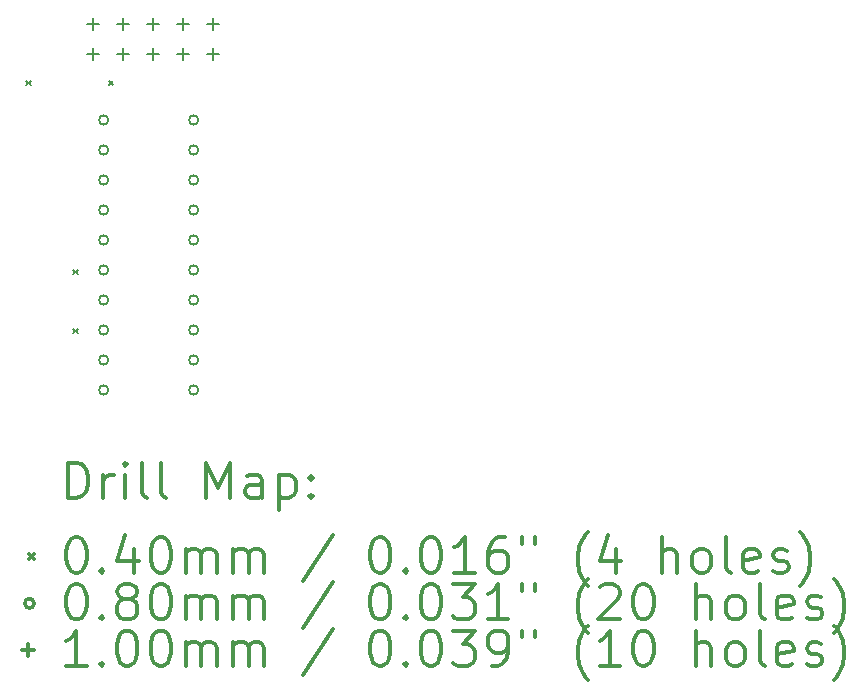
<source format=gbr>
%FSLAX45Y45*%
G04 Gerber Fmt 4.5, Leading zero omitted, Abs format (unit mm)*
G04 Created by KiCad (PCBNEW 5.1.9) date 2021-06-11 19:56:42*
%MOMM*%
%LPD*%
G01*
G04 APERTURE LIST*
%ADD10C,0.200000*%
%ADD11C,0.300000*%
G04 APERTURE END LIST*
D10*
X12680000Y-8880000D02*
X12720000Y-8920000D01*
X12720000Y-8880000D02*
X12680000Y-8920000D01*
X13080000Y-10480000D02*
X13120000Y-10520000D01*
X13120000Y-10480000D02*
X13080000Y-10520000D01*
X13080000Y-10980000D02*
X13120000Y-11020000D01*
X13120000Y-10980000D02*
X13080000Y-11020000D01*
X13380000Y-8880000D02*
X13420000Y-8920000D01*
X13420000Y-8880000D02*
X13380000Y-8920000D01*
X13378000Y-9214000D02*
G75*
G03*
X13378000Y-9214000I-40000J0D01*
G01*
X13378000Y-9468000D02*
G75*
G03*
X13378000Y-9468000I-40000J0D01*
G01*
X13378000Y-9722000D02*
G75*
G03*
X13378000Y-9722000I-40000J0D01*
G01*
X13378000Y-9976000D02*
G75*
G03*
X13378000Y-9976000I-40000J0D01*
G01*
X13378000Y-10230000D02*
G75*
G03*
X13378000Y-10230000I-40000J0D01*
G01*
X13378000Y-10484000D02*
G75*
G03*
X13378000Y-10484000I-40000J0D01*
G01*
X13378000Y-10738000D02*
G75*
G03*
X13378000Y-10738000I-40000J0D01*
G01*
X13378000Y-10992000D02*
G75*
G03*
X13378000Y-10992000I-40000J0D01*
G01*
X13378000Y-11246000D02*
G75*
G03*
X13378000Y-11246000I-40000J0D01*
G01*
X13378000Y-11500000D02*
G75*
G03*
X13378000Y-11500000I-40000J0D01*
G01*
X14140000Y-9214000D02*
G75*
G03*
X14140000Y-9214000I-40000J0D01*
G01*
X14140000Y-9468000D02*
G75*
G03*
X14140000Y-9468000I-40000J0D01*
G01*
X14140000Y-9722000D02*
G75*
G03*
X14140000Y-9722000I-40000J0D01*
G01*
X14140000Y-9976000D02*
G75*
G03*
X14140000Y-9976000I-40000J0D01*
G01*
X14140000Y-10230000D02*
G75*
G03*
X14140000Y-10230000I-40000J0D01*
G01*
X14140000Y-10484000D02*
G75*
G03*
X14140000Y-10484000I-40000J0D01*
G01*
X14140000Y-10738000D02*
G75*
G03*
X14140000Y-10738000I-40000J0D01*
G01*
X14140000Y-10992000D02*
G75*
G03*
X14140000Y-10992000I-40000J0D01*
G01*
X14140000Y-11246000D02*
G75*
G03*
X14140000Y-11246000I-40000J0D01*
G01*
X14140000Y-11500000D02*
G75*
G03*
X14140000Y-11500000I-40000J0D01*
G01*
X13246000Y-8350000D02*
X13246000Y-8450000D01*
X13196000Y-8400000D02*
X13296000Y-8400000D01*
X13246000Y-8604000D02*
X13246000Y-8704000D01*
X13196000Y-8654000D02*
X13296000Y-8654000D01*
X13500000Y-8350000D02*
X13500000Y-8450000D01*
X13450000Y-8400000D02*
X13550000Y-8400000D01*
X13500000Y-8604000D02*
X13500000Y-8704000D01*
X13450000Y-8654000D02*
X13550000Y-8654000D01*
X13754000Y-8350000D02*
X13754000Y-8450000D01*
X13704000Y-8400000D02*
X13804000Y-8400000D01*
X13754000Y-8604000D02*
X13754000Y-8704000D01*
X13704000Y-8654000D02*
X13804000Y-8654000D01*
X14008000Y-8350000D02*
X14008000Y-8450000D01*
X13958000Y-8400000D02*
X14058000Y-8400000D01*
X14008000Y-8604000D02*
X14008000Y-8704000D01*
X13958000Y-8654000D02*
X14058000Y-8654000D01*
X14262000Y-8350000D02*
X14262000Y-8450000D01*
X14212000Y-8400000D02*
X14312000Y-8400000D01*
X14262000Y-8604000D02*
X14262000Y-8704000D01*
X14212000Y-8654000D02*
X14312000Y-8654000D01*
D11*
X13036428Y-12415714D02*
X13036428Y-12115714D01*
X13107857Y-12115714D01*
X13150714Y-12130000D01*
X13179286Y-12158571D01*
X13193571Y-12187143D01*
X13207857Y-12244286D01*
X13207857Y-12287143D01*
X13193571Y-12344286D01*
X13179286Y-12372857D01*
X13150714Y-12401428D01*
X13107857Y-12415714D01*
X13036428Y-12415714D01*
X13336428Y-12415714D02*
X13336428Y-12215714D01*
X13336428Y-12272857D02*
X13350714Y-12244286D01*
X13365000Y-12230000D01*
X13393571Y-12215714D01*
X13422143Y-12215714D01*
X13522143Y-12415714D02*
X13522143Y-12215714D01*
X13522143Y-12115714D02*
X13507857Y-12130000D01*
X13522143Y-12144286D01*
X13536428Y-12130000D01*
X13522143Y-12115714D01*
X13522143Y-12144286D01*
X13707857Y-12415714D02*
X13679286Y-12401428D01*
X13665000Y-12372857D01*
X13665000Y-12115714D01*
X13865000Y-12415714D02*
X13836428Y-12401428D01*
X13822143Y-12372857D01*
X13822143Y-12115714D01*
X14207857Y-12415714D02*
X14207857Y-12115714D01*
X14307857Y-12330000D01*
X14407857Y-12115714D01*
X14407857Y-12415714D01*
X14679286Y-12415714D02*
X14679286Y-12258571D01*
X14665000Y-12230000D01*
X14636428Y-12215714D01*
X14579286Y-12215714D01*
X14550714Y-12230000D01*
X14679286Y-12401428D02*
X14650714Y-12415714D01*
X14579286Y-12415714D01*
X14550714Y-12401428D01*
X14536428Y-12372857D01*
X14536428Y-12344286D01*
X14550714Y-12315714D01*
X14579286Y-12301428D01*
X14650714Y-12301428D01*
X14679286Y-12287143D01*
X14822143Y-12215714D02*
X14822143Y-12515714D01*
X14822143Y-12230000D02*
X14850714Y-12215714D01*
X14907857Y-12215714D01*
X14936428Y-12230000D01*
X14950714Y-12244286D01*
X14965000Y-12272857D01*
X14965000Y-12358571D01*
X14950714Y-12387143D01*
X14936428Y-12401428D01*
X14907857Y-12415714D01*
X14850714Y-12415714D01*
X14822143Y-12401428D01*
X15093571Y-12387143D02*
X15107857Y-12401428D01*
X15093571Y-12415714D01*
X15079286Y-12401428D01*
X15093571Y-12387143D01*
X15093571Y-12415714D01*
X15093571Y-12230000D02*
X15107857Y-12244286D01*
X15093571Y-12258571D01*
X15079286Y-12244286D01*
X15093571Y-12230000D01*
X15093571Y-12258571D01*
X12710000Y-12890000D02*
X12750000Y-12930000D01*
X12750000Y-12890000D02*
X12710000Y-12930000D01*
X13093571Y-12745714D02*
X13122143Y-12745714D01*
X13150714Y-12760000D01*
X13165000Y-12774286D01*
X13179286Y-12802857D01*
X13193571Y-12860000D01*
X13193571Y-12931428D01*
X13179286Y-12988571D01*
X13165000Y-13017143D01*
X13150714Y-13031428D01*
X13122143Y-13045714D01*
X13093571Y-13045714D01*
X13065000Y-13031428D01*
X13050714Y-13017143D01*
X13036428Y-12988571D01*
X13022143Y-12931428D01*
X13022143Y-12860000D01*
X13036428Y-12802857D01*
X13050714Y-12774286D01*
X13065000Y-12760000D01*
X13093571Y-12745714D01*
X13322143Y-13017143D02*
X13336428Y-13031428D01*
X13322143Y-13045714D01*
X13307857Y-13031428D01*
X13322143Y-13017143D01*
X13322143Y-13045714D01*
X13593571Y-12845714D02*
X13593571Y-13045714D01*
X13522143Y-12731428D02*
X13450714Y-12945714D01*
X13636428Y-12945714D01*
X13807857Y-12745714D02*
X13836428Y-12745714D01*
X13865000Y-12760000D01*
X13879286Y-12774286D01*
X13893571Y-12802857D01*
X13907857Y-12860000D01*
X13907857Y-12931428D01*
X13893571Y-12988571D01*
X13879286Y-13017143D01*
X13865000Y-13031428D01*
X13836428Y-13045714D01*
X13807857Y-13045714D01*
X13779286Y-13031428D01*
X13765000Y-13017143D01*
X13750714Y-12988571D01*
X13736428Y-12931428D01*
X13736428Y-12860000D01*
X13750714Y-12802857D01*
X13765000Y-12774286D01*
X13779286Y-12760000D01*
X13807857Y-12745714D01*
X14036428Y-13045714D02*
X14036428Y-12845714D01*
X14036428Y-12874286D02*
X14050714Y-12860000D01*
X14079286Y-12845714D01*
X14122143Y-12845714D01*
X14150714Y-12860000D01*
X14165000Y-12888571D01*
X14165000Y-13045714D01*
X14165000Y-12888571D02*
X14179286Y-12860000D01*
X14207857Y-12845714D01*
X14250714Y-12845714D01*
X14279286Y-12860000D01*
X14293571Y-12888571D01*
X14293571Y-13045714D01*
X14436428Y-13045714D02*
X14436428Y-12845714D01*
X14436428Y-12874286D02*
X14450714Y-12860000D01*
X14479286Y-12845714D01*
X14522143Y-12845714D01*
X14550714Y-12860000D01*
X14565000Y-12888571D01*
X14565000Y-13045714D01*
X14565000Y-12888571D02*
X14579286Y-12860000D01*
X14607857Y-12845714D01*
X14650714Y-12845714D01*
X14679286Y-12860000D01*
X14693571Y-12888571D01*
X14693571Y-13045714D01*
X15279286Y-12731428D02*
X15022143Y-13117143D01*
X15665000Y-12745714D02*
X15693571Y-12745714D01*
X15722143Y-12760000D01*
X15736428Y-12774286D01*
X15750714Y-12802857D01*
X15765000Y-12860000D01*
X15765000Y-12931428D01*
X15750714Y-12988571D01*
X15736428Y-13017143D01*
X15722143Y-13031428D01*
X15693571Y-13045714D01*
X15665000Y-13045714D01*
X15636428Y-13031428D01*
X15622143Y-13017143D01*
X15607857Y-12988571D01*
X15593571Y-12931428D01*
X15593571Y-12860000D01*
X15607857Y-12802857D01*
X15622143Y-12774286D01*
X15636428Y-12760000D01*
X15665000Y-12745714D01*
X15893571Y-13017143D02*
X15907857Y-13031428D01*
X15893571Y-13045714D01*
X15879286Y-13031428D01*
X15893571Y-13017143D01*
X15893571Y-13045714D01*
X16093571Y-12745714D02*
X16122143Y-12745714D01*
X16150714Y-12760000D01*
X16165000Y-12774286D01*
X16179286Y-12802857D01*
X16193571Y-12860000D01*
X16193571Y-12931428D01*
X16179286Y-12988571D01*
X16165000Y-13017143D01*
X16150714Y-13031428D01*
X16122143Y-13045714D01*
X16093571Y-13045714D01*
X16065000Y-13031428D01*
X16050714Y-13017143D01*
X16036428Y-12988571D01*
X16022143Y-12931428D01*
X16022143Y-12860000D01*
X16036428Y-12802857D01*
X16050714Y-12774286D01*
X16065000Y-12760000D01*
X16093571Y-12745714D01*
X16479286Y-13045714D02*
X16307857Y-13045714D01*
X16393571Y-13045714D02*
X16393571Y-12745714D01*
X16365000Y-12788571D01*
X16336428Y-12817143D01*
X16307857Y-12831428D01*
X16736428Y-12745714D02*
X16679286Y-12745714D01*
X16650714Y-12760000D01*
X16636428Y-12774286D01*
X16607857Y-12817143D01*
X16593571Y-12874286D01*
X16593571Y-12988571D01*
X16607857Y-13017143D01*
X16622143Y-13031428D01*
X16650714Y-13045714D01*
X16707857Y-13045714D01*
X16736428Y-13031428D01*
X16750714Y-13017143D01*
X16765000Y-12988571D01*
X16765000Y-12917143D01*
X16750714Y-12888571D01*
X16736428Y-12874286D01*
X16707857Y-12860000D01*
X16650714Y-12860000D01*
X16622143Y-12874286D01*
X16607857Y-12888571D01*
X16593571Y-12917143D01*
X16879286Y-12745714D02*
X16879286Y-12802857D01*
X16993571Y-12745714D02*
X16993571Y-12802857D01*
X17436429Y-13160000D02*
X17422143Y-13145714D01*
X17393571Y-13102857D01*
X17379286Y-13074286D01*
X17365000Y-13031428D01*
X17350714Y-12960000D01*
X17350714Y-12902857D01*
X17365000Y-12831428D01*
X17379286Y-12788571D01*
X17393571Y-12760000D01*
X17422143Y-12717143D01*
X17436429Y-12702857D01*
X17679286Y-12845714D02*
X17679286Y-13045714D01*
X17607857Y-12731428D02*
X17536429Y-12945714D01*
X17722143Y-12945714D01*
X18065000Y-13045714D02*
X18065000Y-12745714D01*
X18193571Y-13045714D02*
X18193571Y-12888571D01*
X18179286Y-12860000D01*
X18150714Y-12845714D01*
X18107857Y-12845714D01*
X18079286Y-12860000D01*
X18065000Y-12874286D01*
X18379286Y-13045714D02*
X18350714Y-13031428D01*
X18336429Y-13017143D01*
X18322143Y-12988571D01*
X18322143Y-12902857D01*
X18336429Y-12874286D01*
X18350714Y-12860000D01*
X18379286Y-12845714D01*
X18422143Y-12845714D01*
X18450714Y-12860000D01*
X18465000Y-12874286D01*
X18479286Y-12902857D01*
X18479286Y-12988571D01*
X18465000Y-13017143D01*
X18450714Y-13031428D01*
X18422143Y-13045714D01*
X18379286Y-13045714D01*
X18650714Y-13045714D02*
X18622143Y-13031428D01*
X18607857Y-13002857D01*
X18607857Y-12745714D01*
X18879286Y-13031428D02*
X18850714Y-13045714D01*
X18793571Y-13045714D01*
X18765000Y-13031428D01*
X18750714Y-13002857D01*
X18750714Y-12888571D01*
X18765000Y-12860000D01*
X18793571Y-12845714D01*
X18850714Y-12845714D01*
X18879286Y-12860000D01*
X18893571Y-12888571D01*
X18893571Y-12917143D01*
X18750714Y-12945714D01*
X19007857Y-13031428D02*
X19036429Y-13045714D01*
X19093571Y-13045714D01*
X19122143Y-13031428D01*
X19136429Y-13002857D01*
X19136429Y-12988571D01*
X19122143Y-12960000D01*
X19093571Y-12945714D01*
X19050714Y-12945714D01*
X19022143Y-12931428D01*
X19007857Y-12902857D01*
X19007857Y-12888571D01*
X19022143Y-12860000D01*
X19050714Y-12845714D01*
X19093571Y-12845714D01*
X19122143Y-12860000D01*
X19236429Y-13160000D02*
X19250714Y-13145714D01*
X19279286Y-13102857D01*
X19293571Y-13074286D01*
X19307857Y-13031428D01*
X19322143Y-12960000D01*
X19322143Y-12902857D01*
X19307857Y-12831428D01*
X19293571Y-12788571D01*
X19279286Y-12760000D01*
X19250714Y-12717143D01*
X19236429Y-12702857D01*
X12750000Y-13306000D02*
G75*
G03*
X12750000Y-13306000I-40000J0D01*
G01*
X13093571Y-13141714D02*
X13122143Y-13141714D01*
X13150714Y-13156000D01*
X13165000Y-13170286D01*
X13179286Y-13198857D01*
X13193571Y-13256000D01*
X13193571Y-13327428D01*
X13179286Y-13384571D01*
X13165000Y-13413143D01*
X13150714Y-13427428D01*
X13122143Y-13441714D01*
X13093571Y-13441714D01*
X13065000Y-13427428D01*
X13050714Y-13413143D01*
X13036428Y-13384571D01*
X13022143Y-13327428D01*
X13022143Y-13256000D01*
X13036428Y-13198857D01*
X13050714Y-13170286D01*
X13065000Y-13156000D01*
X13093571Y-13141714D01*
X13322143Y-13413143D02*
X13336428Y-13427428D01*
X13322143Y-13441714D01*
X13307857Y-13427428D01*
X13322143Y-13413143D01*
X13322143Y-13441714D01*
X13507857Y-13270286D02*
X13479286Y-13256000D01*
X13465000Y-13241714D01*
X13450714Y-13213143D01*
X13450714Y-13198857D01*
X13465000Y-13170286D01*
X13479286Y-13156000D01*
X13507857Y-13141714D01*
X13565000Y-13141714D01*
X13593571Y-13156000D01*
X13607857Y-13170286D01*
X13622143Y-13198857D01*
X13622143Y-13213143D01*
X13607857Y-13241714D01*
X13593571Y-13256000D01*
X13565000Y-13270286D01*
X13507857Y-13270286D01*
X13479286Y-13284571D01*
X13465000Y-13298857D01*
X13450714Y-13327428D01*
X13450714Y-13384571D01*
X13465000Y-13413143D01*
X13479286Y-13427428D01*
X13507857Y-13441714D01*
X13565000Y-13441714D01*
X13593571Y-13427428D01*
X13607857Y-13413143D01*
X13622143Y-13384571D01*
X13622143Y-13327428D01*
X13607857Y-13298857D01*
X13593571Y-13284571D01*
X13565000Y-13270286D01*
X13807857Y-13141714D02*
X13836428Y-13141714D01*
X13865000Y-13156000D01*
X13879286Y-13170286D01*
X13893571Y-13198857D01*
X13907857Y-13256000D01*
X13907857Y-13327428D01*
X13893571Y-13384571D01*
X13879286Y-13413143D01*
X13865000Y-13427428D01*
X13836428Y-13441714D01*
X13807857Y-13441714D01*
X13779286Y-13427428D01*
X13765000Y-13413143D01*
X13750714Y-13384571D01*
X13736428Y-13327428D01*
X13736428Y-13256000D01*
X13750714Y-13198857D01*
X13765000Y-13170286D01*
X13779286Y-13156000D01*
X13807857Y-13141714D01*
X14036428Y-13441714D02*
X14036428Y-13241714D01*
X14036428Y-13270286D02*
X14050714Y-13256000D01*
X14079286Y-13241714D01*
X14122143Y-13241714D01*
X14150714Y-13256000D01*
X14165000Y-13284571D01*
X14165000Y-13441714D01*
X14165000Y-13284571D02*
X14179286Y-13256000D01*
X14207857Y-13241714D01*
X14250714Y-13241714D01*
X14279286Y-13256000D01*
X14293571Y-13284571D01*
X14293571Y-13441714D01*
X14436428Y-13441714D02*
X14436428Y-13241714D01*
X14436428Y-13270286D02*
X14450714Y-13256000D01*
X14479286Y-13241714D01*
X14522143Y-13241714D01*
X14550714Y-13256000D01*
X14565000Y-13284571D01*
X14565000Y-13441714D01*
X14565000Y-13284571D02*
X14579286Y-13256000D01*
X14607857Y-13241714D01*
X14650714Y-13241714D01*
X14679286Y-13256000D01*
X14693571Y-13284571D01*
X14693571Y-13441714D01*
X15279286Y-13127428D02*
X15022143Y-13513143D01*
X15665000Y-13141714D02*
X15693571Y-13141714D01*
X15722143Y-13156000D01*
X15736428Y-13170286D01*
X15750714Y-13198857D01*
X15765000Y-13256000D01*
X15765000Y-13327428D01*
X15750714Y-13384571D01*
X15736428Y-13413143D01*
X15722143Y-13427428D01*
X15693571Y-13441714D01*
X15665000Y-13441714D01*
X15636428Y-13427428D01*
X15622143Y-13413143D01*
X15607857Y-13384571D01*
X15593571Y-13327428D01*
X15593571Y-13256000D01*
X15607857Y-13198857D01*
X15622143Y-13170286D01*
X15636428Y-13156000D01*
X15665000Y-13141714D01*
X15893571Y-13413143D02*
X15907857Y-13427428D01*
X15893571Y-13441714D01*
X15879286Y-13427428D01*
X15893571Y-13413143D01*
X15893571Y-13441714D01*
X16093571Y-13141714D02*
X16122143Y-13141714D01*
X16150714Y-13156000D01*
X16165000Y-13170286D01*
X16179286Y-13198857D01*
X16193571Y-13256000D01*
X16193571Y-13327428D01*
X16179286Y-13384571D01*
X16165000Y-13413143D01*
X16150714Y-13427428D01*
X16122143Y-13441714D01*
X16093571Y-13441714D01*
X16065000Y-13427428D01*
X16050714Y-13413143D01*
X16036428Y-13384571D01*
X16022143Y-13327428D01*
X16022143Y-13256000D01*
X16036428Y-13198857D01*
X16050714Y-13170286D01*
X16065000Y-13156000D01*
X16093571Y-13141714D01*
X16293571Y-13141714D02*
X16479286Y-13141714D01*
X16379286Y-13256000D01*
X16422143Y-13256000D01*
X16450714Y-13270286D01*
X16465000Y-13284571D01*
X16479286Y-13313143D01*
X16479286Y-13384571D01*
X16465000Y-13413143D01*
X16450714Y-13427428D01*
X16422143Y-13441714D01*
X16336428Y-13441714D01*
X16307857Y-13427428D01*
X16293571Y-13413143D01*
X16765000Y-13441714D02*
X16593571Y-13441714D01*
X16679286Y-13441714D02*
X16679286Y-13141714D01*
X16650714Y-13184571D01*
X16622143Y-13213143D01*
X16593571Y-13227428D01*
X16879286Y-13141714D02*
X16879286Y-13198857D01*
X16993571Y-13141714D02*
X16993571Y-13198857D01*
X17436429Y-13556000D02*
X17422143Y-13541714D01*
X17393571Y-13498857D01*
X17379286Y-13470286D01*
X17365000Y-13427428D01*
X17350714Y-13356000D01*
X17350714Y-13298857D01*
X17365000Y-13227428D01*
X17379286Y-13184571D01*
X17393571Y-13156000D01*
X17422143Y-13113143D01*
X17436429Y-13098857D01*
X17536429Y-13170286D02*
X17550714Y-13156000D01*
X17579286Y-13141714D01*
X17650714Y-13141714D01*
X17679286Y-13156000D01*
X17693571Y-13170286D01*
X17707857Y-13198857D01*
X17707857Y-13227428D01*
X17693571Y-13270286D01*
X17522143Y-13441714D01*
X17707857Y-13441714D01*
X17893571Y-13141714D02*
X17922143Y-13141714D01*
X17950714Y-13156000D01*
X17965000Y-13170286D01*
X17979286Y-13198857D01*
X17993571Y-13256000D01*
X17993571Y-13327428D01*
X17979286Y-13384571D01*
X17965000Y-13413143D01*
X17950714Y-13427428D01*
X17922143Y-13441714D01*
X17893571Y-13441714D01*
X17865000Y-13427428D01*
X17850714Y-13413143D01*
X17836429Y-13384571D01*
X17822143Y-13327428D01*
X17822143Y-13256000D01*
X17836429Y-13198857D01*
X17850714Y-13170286D01*
X17865000Y-13156000D01*
X17893571Y-13141714D01*
X18350714Y-13441714D02*
X18350714Y-13141714D01*
X18479286Y-13441714D02*
X18479286Y-13284571D01*
X18465000Y-13256000D01*
X18436429Y-13241714D01*
X18393571Y-13241714D01*
X18365000Y-13256000D01*
X18350714Y-13270286D01*
X18665000Y-13441714D02*
X18636429Y-13427428D01*
X18622143Y-13413143D01*
X18607857Y-13384571D01*
X18607857Y-13298857D01*
X18622143Y-13270286D01*
X18636429Y-13256000D01*
X18665000Y-13241714D01*
X18707857Y-13241714D01*
X18736429Y-13256000D01*
X18750714Y-13270286D01*
X18765000Y-13298857D01*
X18765000Y-13384571D01*
X18750714Y-13413143D01*
X18736429Y-13427428D01*
X18707857Y-13441714D01*
X18665000Y-13441714D01*
X18936429Y-13441714D02*
X18907857Y-13427428D01*
X18893571Y-13398857D01*
X18893571Y-13141714D01*
X19165000Y-13427428D02*
X19136429Y-13441714D01*
X19079286Y-13441714D01*
X19050714Y-13427428D01*
X19036429Y-13398857D01*
X19036429Y-13284571D01*
X19050714Y-13256000D01*
X19079286Y-13241714D01*
X19136429Y-13241714D01*
X19165000Y-13256000D01*
X19179286Y-13284571D01*
X19179286Y-13313143D01*
X19036429Y-13341714D01*
X19293571Y-13427428D02*
X19322143Y-13441714D01*
X19379286Y-13441714D01*
X19407857Y-13427428D01*
X19422143Y-13398857D01*
X19422143Y-13384571D01*
X19407857Y-13356000D01*
X19379286Y-13341714D01*
X19336429Y-13341714D01*
X19307857Y-13327428D01*
X19293571Y-13298857D01*
X19293571Y-13284571D01*
X19307857Y-13256000D01*
X19336429Y-13241714D01*
X19379286Y-13241714D01*
X19407857Y-13256000D01*
X19522143Y-13556000D02*
X19536429Y-13541714D01*
X19565000Y-13498857D01*
X19579286Y-13470286D01*
X19593571Y-13427428D01*
X19607857Y-13356000D01*
X19607857Y-13298857D01*
X19593571Y-13227428D01*
X19579286Y-13184571D01*
X19565000Y-13156000D01*
X19536429Y-13113143D01*
X19522143Y-13098857D01*
X12700000Y-13652000D02*
X12700000Y-13752000D01*
X12650000Y-13702000D02*
X12750000Y-13702000D01*
X13193571Y-13837714D02*
X13022143Y-13837714D01*
X13107857Y-13837714D02*
X13107857Y-13537714D01*
X13079286Y-13580571D01*
X13050714Y-13609143D01*
X13022143Y-13623428D01*
X13322143Y-13809143D02*
X13336428Y-13823428D01*
X13322143Y-13837714D01*
X13307857Y-13823428D01*
X13322143Y-13809143D01*
X13322143Y-13837714D01*
X13522143Y-13537714D02*
X13550714Y-13537714D01*
X13579286Y-13552000D01*
X13593571Y-13566286D01*
X13607857Y-13594857D01*
X13622143Y-13652000D01*
X13622143Y-13723428D01*
X13607857Y-13780571D01*
X13593571Y-13809143D01*
X13579286Y-13823428D01*
X13550714Y-13837714D01*
X13522143Y-13837714D01*
X13493571Y-13823428D01*
X13479286Y-13809143D01*
X13465000Y-13780571D01*
X13450714Y-13723428D01*
X13450714Y-13652000D01*
X13465000Y-13594857D01*
X13479286Y-13566286D01*
X13493571Y-13552000D01*
X13522143Y-13537714D01*
X13807857Y-13537714D02*
X13836428Y-13537714D01*
X13865000Y-13552000D01*
X13879286Y-13566286D01*
X13893571Y-13594857D01*
X13907857Y-13652000D01*
X13907857Y-13723428D01*
X13893571Y-13780571D01*
X13879286Y-13809143D01*
X13865000Y-13823428D01*
X13836428Y-13837714D01*
X13807857Y-13837714D01*
X13779286Y-13823428D01*
X13765000Y-13809143D01*
X13750714Y-13780571D01*
X13736428Y-13723428D01*
X13736428Y-13652000D01*
X13750714Y-13594857D01*
X13765000Y-13566286D01*
X13779286Y-13552000D01*
X13807857Y-13537714D01*
X14036428Y-13837714D02*
X14036428Y-13637714D01*
X14036428Y-13666286D02*
X14050714Y-13652000D01*
X14079286Y-13637714D01*
X14122143Y-13637714D01*
X14150714Y-13652000D01*
X14165000Y-13680571D01*
X14165000Y-13837714D01*
X14165000Y-13680571D02*
X14179286Y-13652000D01*
X14207857Y-13637714D01*
X14250714Y-13637714D01*
X14279286Y-13652000D01*
X14293571Y-13680571D01*
X14293571Y-13837714D01*
X14436428Y-13837714D02*
X14436428Y-13637714D01*
X14436428Y-13666286D02*
X14450714Y-13652000D01*
X14479286Y-13637714D01*
X14522143Y-13637714D01*
X14550714Y-13652000D01*
X14565000Y-13680571D01*
X14565000Y-13837714D01*
X14565000Y-13680571D02*
X14579286Y-13652000D01*
X14607857Y-13637714D01*
X14650714Y-13637714D01*
X14679286Y-13652000D01*
X14693571Y-13680571D01*
X14693571Y-13837714D01*
X15279286Y-13523428D02*
X15022143Y-13909143D01*
X15665000Y-13537714D02*
X15693571Y-13537714D01*
X15722143Y-13552000D01*
X15736428Y-13566286D01*
X15750714Y-13594857D01*
X15765000Y-13652000D01*
X15765000Y-13723428D01*
X15750714Y-13780571D01*
X15736428Y-13809143D01*
X15722143Y-13823428D01*
X15693571Y-13837714D01*
X15665000Y-13837714D01*
X15636428Y-13823428D01*
X15622143Y-13809143D01*
X15607857Y-13780571D01*
X15593571Y-13723428D01*
X15593571Y-13652000D01*
X15607857Y-13594857D01*
X15622143Y-13566286D01*
X15636428Y-13552000D01*
X15665000Y-13537714D01*
X15893571Y-13809143D02*
X15907857Y-13823428D01*
X15893571Y-13837714D01*
X15879286Y-13823428D01*
X15893571Y-13809143D01*
X15893571Y-13837714D01*
X16093571Y-13537714D02*
X16122143Y-13537714D01*
X16150714Y-13552000D01*
X16165000Y-13566286D01*
X16179286Y-13594857D01*
X16193571Y-13652000D01*
X16193571Y-13723428D01*
X16179286Y-13780571D01*
X16165000Y-13809143D01*
X16150714Y-13823428D01*
X16122143Y-13837714D01*
X16093571Y-13837714D01*
X16065000Y-13823428D01*
X16050714Y-13809143D01*
X16036428Y-13780571D01*
X16022143Y-13723428D01*
X16022143Y-13652000D01*
X16036428Y-13594857D01*
X16050714Y-13566286D01*
X16065000Y-13552000D01*
X16093571Y-13537714D01*
X16293571Y-13537714D02*
X16479286Y-13537714D01*
X16379286Y-13652000D01*
X16422143Y-13652000D01*
X16450714Y-13666286D01*
X16465000Y-13680571D01*
X16479286Y-13709143D01*
X16479286Y-13780571D01*
X16465000Y-13809143D01*
X16450714Y-13823428D01*
X16422143Y-13837714D01*
X16336428Y-13837714D01*
X16307857Y-13823428D01*
X16293571Y-13809143D01*
X16622143Y-13837714D02*
X16679286Y-13837714D01*
X16707857Y-13823428D01*
X16722143Y-13809143D01*
X16750714Y-13766286D01*
X16765000Y-13709143D01*
X16765000Y-13594857D01*
X16750714Y-13566286D01*
X16736428Y-13552000D01*
X16707857Y-13537714D01*
X16650714Y-13537714D01*
X16622143Y-13552000D01*
X16607857Y-13566286D01*
X16593571Y-13594857D01*
X16593571Y-13666286D01*
X16607857Y-13694857D01*
X16622143Y-13709143D01*
X16650714Y-13723428D01*
X16707857Y-13723428D01*
X16736428Y-13709143D01*
X16750714Y-13694857D01*
X16765000Y-13666286D01*
X16879286Y-13537714D02*
X16879286Y-13594857D01*
X16993571Y-13537714D02*
X16993571Y-13594857D01*
X17436429Y-13952000D02*
X17422143Y-13937714D01*
X17393571Y-13894857D01*
X17379286Y-13866286D01*
X17365000Y-13823428D01*
X17350714Y-13752000D01*
X17350714Y-13694857D01*
X17365000Y-13623428D01*
X17379286Y-13580571D01*
X17393571Y-13552000D01*
X17422143Y-13509143D01*
X17436429Y-13494857D01*
X17707857Y-13837714D02*
X17536429Y-13837714D01*
X17622143Y-13837714D02*
X17622143Y-13537714D01*
X17593571Y-13580571D01*
X17565000Y-13609143D01*
X17536429Y-13623428D01*
X17893571Y-13537714D02*
X17922143Y-13537714D01*
X17950714Y-13552000D01*
X17965000Y-13566286D01*
X17979286Y-13594857D01*
X17993571Y-13652000D01*
X17993571Y-13723428D01*
X17979286Y-13780571D01*
X17965000Y-13809143D01*
X17950714Y-13823428D01*
X17922143Y-13837714D01*
X17893571Y-13837714D01*
X17865000Y-13823428D01*
X17850714Y-13809143D01*
X17836429Y-13780571D01*
X17822143Y-13723428D01*
X17822143Y-13652000D01*
X17836429Y-13594857D01*
X17850714Y-13566286D01*
X17865000Y-13552000D01*
X17893571Y-13537714D01*
X18350714Y-13837714D02*
X18350714Y-13537714D01*
X18479286Y-13837714D02*
X18479286Y-13680571D01*
X18465000Y-13652000D01*
X18436429Y-13637714D01*
X18393571Y-13637714D01*
X18365000Y-13652000D01*
X18350714Y-13666286D01*
X18665000Y-13837714D02*
X18636429Y-13823428D01*
X18622143Y-13809143D01*
X18607857Y-13780571D01*
X18607857Y-13694857D01*
X18622143Y-13666286D01*
X18636429Y-13652000D01*
X18665000Y-13637714D01*
X18707857Y-13637714D01*
X18736429Y-13652000D01*
X18750714Y-13666286D01*
X18765000Y-13694857D01*
X18765000Y-13780571D01*
X18750714Y-13809143D01*
X18736429Y-13823428D01*
X18707857Y-13837714D01*
X18665000Y-13837714D01*
X18936429Y-13837714D02*
X18907857Y-13823428D01*
X18893571Y-13794857D01*
X18893571Y-13537714D01*
X19165000Y-13823428D02*
X19136429Y-13837714D01*
X19079286Y-13837714D01*
X19050714Y-13823428D01*
X19036429Y-13794857D01*
X19036429Y-13680571D01*
X19050714Y-13652000D01*
X19079286Y-13637714D01*
X19136429Y-13637714D01*
X19165000Y-13652000D01*
X19179286Y-13680571D01*
X19179286Y-13709143D01*
X19036429Y-13737714D01*
X19293571Y-13823428D02*
X19322143Y-13837714D01*
X19379286Y-13837714D01*
X19407857Y-13823428D01*
X19422143Y-13794857D01*
X19422143Y-13780571D01*
X19407857Y-13752000D01*
X19379286Y-13737714D01*
X19336429Y-13737714D01*
X19307857Y-13723428D01*
X19293571Y-13694857D01*
X19293571Y-13680571D01*
X19307857Y-13652000D01*
X19336429Y-13637714D01*
X19379286Y-13637714D01*
X19407857Y-13652000D01*
X19522143Y-13952000D02*
X19536429Y-13937714D01*
X19565000Y-13894857D01*
X19579286Y-13866286D01*
X19593571Y-13823428D01*
X19607857Y-13752000D01*
X19607857Y-13694857D01*
X19593571Y-13623428D01*
X19579286Y-13580571D01*
X19565000Y-13552000D01*
X19536429Y-13509143D01*
X19522143Y-13494857D01*
M02*

</source>
